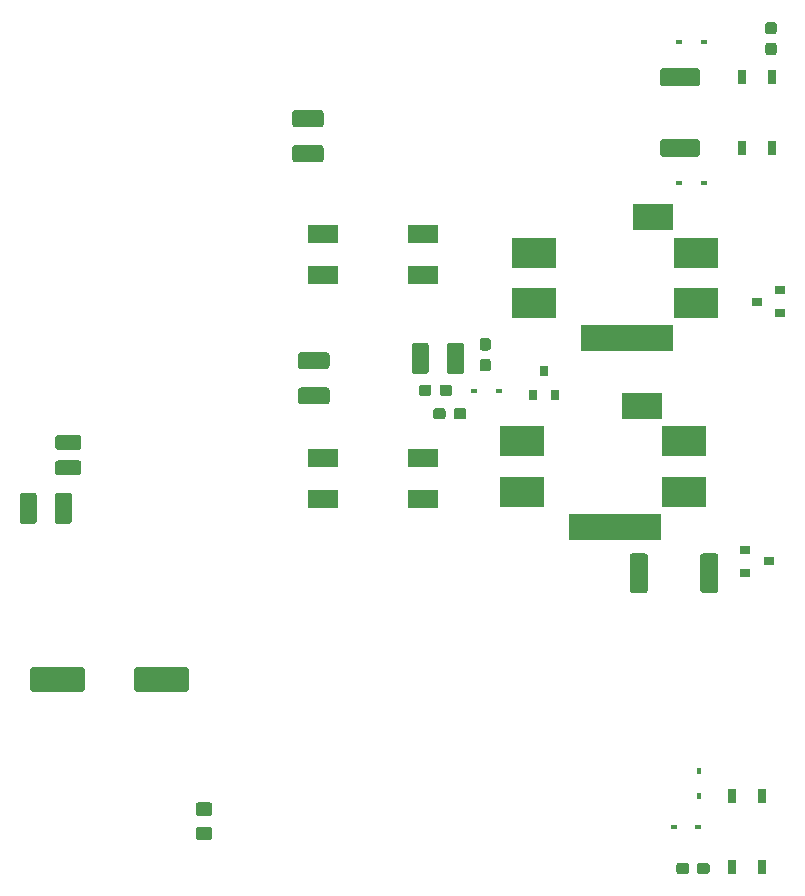
<source format=gtp>
G04 #@! TF.GenerationSoftware,KiCad,Pcbnew,(5.1.5-0)*
G04 #@! TF.CreationDate,2021-01-13T09:50:43-07:00*
G04 #@! TF.ProjectId,power_cui,706f7765-725f-4637-9569-2e6b69636164,rev?*
G04 #@! TF.SameCoordinates,Original*
G04 #@! TF.FileFunction,Paste,Top*
G04 #@! TF.FilePolarity,Positive*
%FSLAX46Y46*%
G04 Gerber Fmt 4.6, Leading zero omitted, Abs format (unit mm)*
G04 Created by KiCad (PCBNEW (5.1.5-0)) date 2021-01-13 09:50:43*
%MOMM*%
%LPD*%
G04 APERTURE LIST*
%ADD10R,2.500000X1.500000*%
%ADD11C,0.100000*%
%ADD12R,0.800000X0.900000*%
%ADD13R,0.600000X0.450000*%
%ADD14R,0.800000X1.200000*%
%ADD15R,0.900000X0.800000*%
%ADD16R,0.450000X0.600000*%
%ADD17R,3.400000X2.300000*%
%ADD18R,7.900000X2.300000*%
%ADD19R,3.800000X2.500000*%
G04 APERTURE END LIST*
D10*
X115250000Y-100750000D03*
X115250000Y-97250000D03*
X123750000Y-97250000D03*
X123750000Y-100750000D03*
D11*
G36*
X125985779Y-91026144D02*
G01*
X126008834Y-91029563D01*
X126031443Y-91035227D01*
X126053387Y-91043079D01*
X126074457Y-91053044D01*
X126094448Y-91065026D01*
X126113168Y-91078910D01*
X126130438Y-91094562D01*
X126146090Y-91111832D01*
X126159974Y-91130552D01*
X126171956Y-91150543D01*
X126181921Y-91171613D01*
X126189773Y-91193557D01*
X126195437Y-91216166D01*
X126198856Y-91239221D01*
X126200000Y-91262500D01*
X126200000Y-91737500D01*
X126198856Y-91760779D01*
X126195437Y-91783834D01*
X126189773Y-91806443D01*
X126181921Y-91828387D01*
X126171956Y-91849457D01*
X126159974Y-91869448D01*
X126146090Y-91888168D01*
X126130438Y-91905438D01*
X126113168Y-91921090D01*
X126094448Y-91934974D01*
X126074457Y-91946956D01*
X126053387Y-91956921D01*
X126031443Y-91964773D01*
X126008834Y-91970437D01*
X125985779Y-91973856D01*
X125962500Y-91975000D01*
X125387500Y-91975000D01*
X125364221Y-91973856D01*
X125341166Y-91970437D01*
X125318557Y-91964773D01*
X125296613Y-91956921D01*
X125275543Y-91946956D01*
X125255552Y-91934974D01*
X125236832Y-91921090D01*
X125219562Y-91905438D01*
X125203910Y-91888168D01*
X125190026Y-91869448D01*
X125178044Y-91849457D01*
X125168079Y-91828387D01*
X125160227Y-91806443D01*
X125154563Y-91783834D01*
X125151144Y-91760779D01*
X125150000Y-91737500D01*
X125150000Y-91262500D01*
X125151144Y-91239221D01*
X125154563Y-91216166D01*
X125160227Y-91193557D01*
X125168079Y-91171613D01*
X125178044Y-91150543D01*
X125190026Y-91130552D01*
X125203910Y-91111832D01*
X125219562Y-91094562D01*
X125236832Y-91078910D01*
X125255552Y-91065026D01*
X125275543Y-91053044D01*
X125296613Y-91043079D01*
X125318557Y-91035227D01*
X125341166Y-91029563D01*
X125364221Y-91026144D01*
X125387500Y-91025000D01*
X125962500Y-91025000D01*
X125985779Y-91026144D01*
G37*
G36*
X124235779Y-91026144D02*
G01*
X124258834Y-91029563D01*
X124281443Y-91035227D01*
X124303387Y-91043079D01*
X124324457Y-91053044D01*
X124344448Y-91065026D01*
X124363168Y-91078910D01*
X124380438Y-91094562D01*
X124396090Y-91111832D01*
X124409974Y-91130552D01*
X124421956Y-91150543D01*
X124431921Y-91171613D01*
X124439773Y-91193557D01*
X124445437Y-91216166D01*
X124448856Y-91239221D01*
X124450000Y-91262500D01*
X124450000Y-91737500D01*
X124448856Y-91760779D01*
X124445437Y-91783834D01*
X124439773Y-91806443D01*
X124431921Y-91828387D01*
X124421956Y-91849457D01*
X124409974Y-91869448D01*
X124396090Y-91888168D01*
X124380438Y-91905438D01*
X124363168Y-91921090D01*
X124344448Y-91934974D01*
X124324457Y-91946956D01*
X124303387Y-91956921D01*
X124281443Y-91964773D01*
X124258834Y-91970437D01*
X124235779Y-91973856D01*
X124212500Y-91975000D01*
X123637500Y-91975000D01*
X123614221Y-91973856D01*
X123591166Y-91970437D01*
X123568557Y-91964773D01*
X123546613Y-91956921D01*
X123525543Y-91946956D01*
X123505552Y-91934974D01*
X123486832Y-91921090D01*
X123469562Y-91905438D01*
X123453910Y-91888168D01*
X123440026Y-91869448D01*
X123428044Y-91849457D01*
X123418079Y-91828387D01*
X123410227Y-91806443D01*
X123404563Y-91783834D01*
X123401144Y-91760779D01*
X123400000Y-91737500D01*
X123400000Y-91262500D01*
X123401144Y-91239221D01*
X123404563Y-91216166D01*
X123410227Y-91193557D01*
X123418079Y-91171613D01*
X123428044Y-91150543D01*
X123440026Y-91130552D01*
X123453910Y-91111832D01*
X123469562Y-91094562D01*
X123486832Y-91078910D01*
X123505552Y-91065026D01*
X123525543Y-91053044D01*
X123546613Y-91043079D01*
X123568557Y-91035227D01*
X123591166Y-91029563D01*
X123614221Y-91026144D01*
X123637500Y-91025000D01*
X124212500Y-91025000D01*
X124235779Y-91026144D01*
G37*
G36*
X125435779Y-93026144D02*
G01*
X125458834Y-93029563D01*
X125481443Y-93035227D01*
X125503387Y-93043079D01*
X125524457Y-93053044D01*
X125544448Y-93065026D01*
X125563168Y-93078910D01*
X125580438Y-93094562D01*
X125596090Y-93111832D01*
X125609974Y-93130552D01*
X125621956Y-93150543D01*
X125631921Y-93171613D01*
X125639773Y-93193557D01*
X125645437Y-93216166D01*
X125648856Y-93239221D01*
X125650000Y-93262500D01*
X125650000Y-93737500D01*
X125648856Y-93760779D01*
X125645437Y-93783834D01*
X125639773Y-93806443D01*
X125631921Y-93828387D01*
X125621956Y-93849457D01*
X125609974Y-93869448D01*
X125596090Y-93888168D01*
X125580438Y-93905438D01*
X125563168Y-93921090D01*
X125544448Y-93934974D01*
X125524457Y-93946956D01*
X125503387Y-93956921D01*
X125481443Y-93964773D01*
X125458834Y-93970437D01*
X125435779Y-93973856D01*
X125412500Y-93975000D01*
X124837500Y-93975000D01*
X124814221Y-93973856D01*
X124791166Y-93970437D01*
X124768557Y-93964773D01*
X124746613Y-93956921D01*
X124725543Y-93946956D01*
X124705552Y-93934974D01*
X124686832Y-93921090D01*
X124669562Y-93905438D01*
X124653910Y-93888168D01*
X124640026Y-93869448D01*
X124628044Y-93849457D01*
X124618079Y-93828387D01*
X124610227Y-93806443D01*
X124604563Y-93783834D01*
X124601144Y-93760779D01*
X124600000Y-93737500D01*
X124600000Y-93262500D01*
X124601144Y-93239221D01*
X124604563Y-93216166D01*
X124610227Y-93193557D01*
X124618079Y-93171613D01*
X124628044Y-93150543D01*
X124640026Y-93130552D01*
X124653910Y-93111832D01*
X124669562Y-93094562D01*
X124686832Y-93078910D01*
X124705552Y-93065026D01*
X124725543Y-93053044D01*
X124746613Y-93043079D01*
X124768557Y-93035227D01*
X124791166Y-93029563D01*
X124814221Y-93026144D01*
X124837500Y-93025000D01*
X125412500Y-93025000D01*
X125435779Y-93026144D01*
G37*
G36*
X127185779Y-93026144D02*
G01*
X127208834Y-93029563D01*
X127231443Y-93035227D01*
X127253387Y-93043079D01*
X127274457Y-93053044D01*
X127294448Y-93065026D01*
X127313168Y-93078910D01*
X127330438Y-93094562D01*
X127346090Y-93111832D01*
X127359974Y-93130552D01*
X127371956Y-93150543D01*
X127381921Y-93171613D01*
X127389773Y-93193557D01*
X127395437Y-93216166D01*
X127398856Y-93239221D01*
X127400000Y-93262500D01*
X127400000Y-93737500D01*
X127398856Y-93760779D01*
X127395437Y-93783834D01*
X127389773Y-93806443D01*
X127381921Y-93828387D01*
X127371956Y-93849457D01*
X127359974Y-93869448D01*
X127346090Y-93888168D01*
X127330438Y-93905438D01*
X127313168Y-93921090D01*
X127294448Y-93934974D01*
X127274457Y-93946956D01*
X127253387Y-93956921D01*
X127231443Y-93964773D01*
X127208834Y-93970437D01*
X127185779Y-93973856D01*
X127162500Y-93975000D01*
X126587500Y-93975000D01*
X126564221Y-93973856D01*
X126541166Y-93970437D01*
X126518557Y-93964773D01*
X126496613Y-93956921D01*
X126475543Y-93946956D01*
X126455552Y-93934974D01*
X126436832Y-93921090D01*
X126419562Y-93905438D01*
X126403910Y-93888168D01*
X126390026Y-93869448D01*
X126378044Y-93849457D01*
X126368079Y-93828387D01*
X126360227Y-93806443D01*
X126354563Y-93783834D01*
X126351144Y-93760779D01*
X126350000Y-93737500D01*
X126350000Y-93262500D01*
X126351144Y-93239221D01*
X126354563Y-93216166D01*
X126360227Y-93193557D01*
X126368079Y-93171613D01*
X126378044Y-93150543D01*
X126390026Y-93130552D01*
X126403910Y-93111832D01*
X126419562Y-93094562D01*
X126436832Y-93078910D01*
X126455552Y-93065026D01*
X126475543Y-93053044D01*
X126496613Y-93043079D01*
X126518557Y-93035227D01*
X126541166Y-93029563D01*
X126564221Y-93026144D01*
X126587500Y-93025000D01*
X127162500Y-93025000D01*
X127185779Y-93026144D01*
G37*
D12*
X134000000Y-89900000D03*
X134950000Y-91900000D03*
X133050000Y-91900000D03*
D10*
X115250000Y-81750000D03*
X115250000Y-78250000D03*
X123750000Y-78250000D03*
X123750000Y-81750000D03*
D13*
X130150000Y-91600000D03*
X128050000Y-91600000D03*
D14*
X152470000Y-125900000D03*
X152470000Y-131900000D03*
X149930000Y-131900000D03*
X149930000Y-125900000D03*
D11*
G36*
X147785779Y-131526144D02*
G01*
X147808834Y-131529563D01*
X147831443Y-131535227D01*
X147853387Y-131543079D01*
X147874457Y-131553044D01*
X147894448Y-131565026D01*
X147913168Y-131578910D01*
X147930438Y-131594562D01*
X147946090Y-131611832D01*
X147959974Y-131630552D01*
X147971956Y-131650543D01*
X147981921Y-131671613D01*
X147989773Y-131693557D01*
X147995437Y-131716166D01*
X147998856Y-131739221D01*
X148000000Y-131762500D01*
X148000000Y-132237500D01*
X147998856Y-132260779D01*
X147995437Y-132283834D01*
X147989773Y-132306443D01*
X147981921Y-132328387D01*
X147971956Y-132349457D01*
X147959974Y-132369448D01*
X147946090Y-132388168D01*
X147930438Y-132405438D01*
X147913168Y-132421090D01*
X147894448Y-132434974D01*
X147874457Y-132446956D01*
X147853387Y-132456921D01*
X147831443Y-132464773D01*
X147808834Y-132470437D01*
X147785779Y-132473856D01*
X147762500Y-132475000D01*
X147187500Y-132475000D01*
X147164221Y-132473856D01*
X147141166Y-132470437D01*
X147118557Y-132464773D01*
X147096613Y-132456921D01*
X147075543Y-132446956D01*
X147055552Y-132434974D01*
X147036832Y-132421090D01*
X147019562Y-132405438D01*
X147003910Y-132388168D01*
X146990026Y-132369448D01*
X146978044Y-132349457D01*
X146968079Y-132328387D01*
X146960227Y-132306443D01*
X146954563Y-132283834D01*
X146951144Y-132260779D01*
X146950000Y-132237500D01*
X146950000Y-131762500D01*
X146951144Y-131739221D01*
X146954563Y-131716166D01*
X146960227Y-131693557D01*
X146968079Y-131671613D01*
X146978044Y-131650543D01*
X146990026Y-131630552D01*
X147003910Y-131611832D01*
X147019562Y-131594562D01*
X147036832Y-131578910D01*
X147055552Y-131565026D01*
X147075543Y-131553044D01*
X147096613Y-131543079D01*
X147118557Y-131535227D01*
X147141166Y-131529563D01*
X147164221Y-131526144D01*
X147187500Y-131525000D01*
X147762500Y-131525000D01*
X147785779Y-131526144D01*
G37*
G36*
X146035779Y-131526144D02*
G01*
X146058834Y-131529563D01*
X146081443Y-131535227D01*
X146103387Y-131543079D01*
X146124457Y-131553044D01*
X146144448Y-131565026D01*
X146163168Y-131578910D01*
X146180438Y-131594562D01*
X146196090Y-131611832D01*
X146209974Y-131630552D01*
X146221956Y-131650543D01*
X146231921Y-131671613D01*
X146239773Y-131693557D01*
X146245437Y-131716166D01*
X146248856Y-131739221D01*
X146250000Y-131762500D01*
X146250000Y-132237500D01*
X146248856Y-132260779D01*
X146245437Y-132283834D01*
X146239773Y-132306443D01*
X146231921Y-132328387D01*
X146221956Y-132349457D01*
X146209974Y-132369448D01*
X146196090Y-132388168D01*
X146180438Y-132405438D01*
X146163168Y-132421090D01*
X146144448Y-132434974D01*
X146124457Y-132446956D01*
X146103387Y-132456921D01*
X146081443Y-132464773D01*
X146058834Y-132470437D01*
X146035779Y-132473856D01*
X146012500Y-132475000D01*
X145437500Y-132475000D01*
X145414221Y-132473856D01*
X145391166Y-132470437D01*
X145368557Y-132464773D01*
X145346613Y-132456921D01*
X145325543Y-132446956D01*
X145305552Y-132434974D01*
X145286832Y-132421090D01*
X145269562Y-132405438D01*
X145253910Y-132388168D01*
X145240026Y-132369448D01*
X145228044Y-132349457D01*
X145218079Y-132328387D01*
X145210227Y-132306443D01*
X145204563Y-132283834D01*
X145201144Y-132260779D01*
X145200000Y-132237500D01*
X145200000Y-131762500D01*
X145201144Y-131739221D01*
X145204563Y-131716166D01*
X145210227Y-131693557D01*
X145218079Y-131671613D01*
X145228044Y-131650543D01*
X145240026Y-131630552D01*
X145253910Y-131611832D01*
X145269562Y-131594562D01*
X145286832Y-131578910D01*
X145305552Y-131565026D01*
X145325543Y-131553044D01*
X145346613Y-131543079D01*
X145368557Y-131535227D01*
X145391166Y-131529563D01*
X145414221Y-131526144D01*
X145437500Y-131525000D01*
X146012500Y-131525000D01*
X146035779Y-131526144D01*
G37*
D14*
X150730000Y-71000000D03*
X150730000Y-65000000D03*
X153270000Y-65000000D03*
X153270000Y-71000000D03*
D11*
G36*
X153460779Y-62076144D02*
G01*
X153483834Y-62079563D01*
X153506443Y-62085227D01*
X153528387Y-62093079D01*
X153549457Y-62103044D01*
X153569448Y-62115026D01*
X153588168Y-62128910D01*
X153605438Y-62144562D01*
X153621090Y-62161832D01*
X153634974Y-62180552D01*
X153646956Y-62200543D01*
X153656921Y-62221613D01*
X153664773Y-62243557D01*
X153670437Y-62266166D01*
X153673856Y-62289221D01*
X153675000Y-62312500D01*
X153675000Y-62887500D01*
X153673856Y-62910779D01*
X153670437Y-62933834D01*
X153664773Y-62956443D01*
X153656921Y-62978387D01*
X153646956Y-62999457D01*
X153634974Y-63019448D01*
X153621090Y-63038168D01*
X153605438Y-63055438D01*
X153588168Y-63071090D01*
X153569448Y-63084974D01*
X153549457Y-63096956D01*
X153528387Y-63106921D01*
X153506443Y-63114773D01*
X153483834Y-63120437D01*
X153460779Y-63123856D01*
X153437500Y-63125000D01*
X152962500Y-63125000D01*
X152939221Y-63123856D01*
X152916166Y-63120437D01*
X152893557Y-63114773D01*
X152871613Y-63106921D01*
X152850543Y-63096956D01*
X152830552Y-63084974D01*
X152811832Y-63071090D01*
X152794562Y-63055438D01*
X152778910Y-63038168D01*
X152765026Y-63019448D01*
X152753044Y-62999457D01*
X152743079Y-62978387D01*
X152735227Y-62956443D01*
X152729563Y-62933834D01*
X152726144Y-62910779D01*
X152725000Y-62887500D01*
X152725000Y-62312500D01*
X152726144Y-62289221D01*
X152729563Y-62266166D01*
X152735227Y-62243557D01*
X152743079Y-62221613D01*
X152753044Y-62200543D01*
X152765026Y-62180552D01*
X152778910Y-62161832D01*
X152794562Y-62144562D01*
X152811832Y-62128910D01*
X152830552Y-62115026D01*
X152850543Y-62103044D01*
X152871613Y-62093079D01*
X152893557Y-62085227D01*
X152916166Y-62079563D01*
X152939221Y-62076144D01*
X152962500Y-62075000D01*
X153437500Y-62075000D01*
X153460779Y-62076144D01*
G37*
G36*
X153460779Y-60326144D02*
G01*
X153483834Y-60329563D01*
X153506443Y-60335227D01*
X153528387Y-60343079D01*
X153549457Y-60353044D01*
X153569448Y-60365026D01*
X153588168Y-60378910D01*
X153605438Y-60394562D01*
X153621090Y-60411832D01*
X153634974Y-60430552D01*
X153646956Y-60450543D01*
X153656921Y-60471613D01*
X153664773Y-60493557D01*
X153670437Y-60516166D01*
X153673856Y-60539221D01*
X153675000Y-60562500D01*
X153675000Y-61137500D01*
X153673856Y-61160779D01*
X153670437Y-61183834D01*
X153664773Y-61206443D01*
X153656921Y-61228387D01*
X153646956Y-61249457D01*
X153634974Y-61269448D01*
X153621090Y-61288168D01*
X153605438Y-61305438D01*
X153588168Y-61321090D01*
X153569448Y-61334974D01*
X153549457Y-61346956D01*
X153528387Y-61356921D01*
X153506443Y-61364773D01*
X153483834Y-61370437D01*
X153460779Y-61373856D01*
X153437500Y-61375000D01*
X152962500Y-61375000D01*
X152939221Y-61373856D01*
X152916166Y-61370437D01*
X152893557Y-61364773D01*
X152871613Y-61356921D01*
X152850543Y-61346956D01*
X152830552Y-61334974D01*
X152811832Y-61321090D01*
X152794562Y-61305438D01*
X152778910Y-61288168D01*
X152765026Y-61269448D01*
X152753044Y-61249457D01*
X152743079Y-61228387D01*
X152735227Y-61206443D01*
X152729563Y-61183834D01*
X152726144Y-61160779D01*
X152725000Y-61137500D01*
X152725000Y-60562500D01*
X152726144Y-60539221D01*
X152729563Y-60516166D01*
X152735227Y-60493557D01*
X152743079Y-60471613D01*
X152753044Y-60450543D01*
X152765026Y-60430552D01*
X152778910Y-60411832D01*
X152794562Y-60394562D01*
X152811832Y-60378910D01*
X152830552Y-60365026D01*
X152850543Y-60353044D01*
X152871613Y-60343079D01*
X152893557Y-60335227D01*
X152916166Y-60329563D01*
X152939221Y-60326144D01*
X152962500Y-60325000D01*
X153437500Y-60325000D01*
X153460779Y-60326144D01*
G37*
G36*
X126974504Y-87476204D02*
G01*
X126998773Y-87479804D01*
X127022571Y-87485765D01*
X127045671Y-87494030D01*
X127067849Y-87504520D01*
X127088893Y-87517133D01*
X127108598Y-87531747D01*
X127126777Y-87548223D01*
X127143253Y-87566402D01*
X127157867Y-87586107D01*
X127170480Y-87607151D01*
X127180970Y-87629329D01*
X127189235Y-87652429D01*
X127195196Y-87676227D01*
X127198796Y-87700496D01*
X127200000Y-87725000D01*
X127200000Y-89875000D01*
X127198796Y-89899504D01*
X127195196Y-89923773D01*
X127189235Y-89947571D01*
X127180970Y-89970671D01*
X127170480Y-89992849D01*
X127157867Y-90013893D01*
X127143253Y-90033598D01*
X127126777Y-90051777D01*
X127108598Y-90068253D01*
X127088893Y-90082867D01*
X127067849Y-90095480D01*
X127045671Y-90105970D01*
X127022571Y-90114235D01*
X126998773Y-90120196D01*
X126974504Y-90123796D01*
X126950000Y-90125000D01*
X126025000Y-90125000D01*
X126000496Y-90123796D01*
X125976227Y-90120196D01*
X125952429Y-90114235D01*
X125929329Y-90105970D01*
X125907151Y-90095480D01*
X125886107Y-90082867D01*
X125866402Y-90068253D01*
X125848223Y-90051777D01*
X125831747Y-90033598D01*
X125817133Y-90013893D01*
X125804520Y-89992849D01*
X125794030Y-89970671D01*
X125785765Y-89947571D01*
X125779804Y-89923773D01*
X125776204Y-89899504D01*
X125775000Y-89875000D01*
X125775000Y-87725000D01*
X125776204Y-87700496D01*
X125779804Y-87676227D01*
X125785765Y-87652429D01*
X125794030Y-87629329D01*
X125804520Y-87607151D01*
X125817133Y-87586107D01*
X125831747Y-87566402D01*
X125848223Y-87548223D01*
X125866402Y-87531747D01*
X125886107Y-87517133D01*
X125907151Y-87504520D01*
X125929329Y-87494030D01*
X125952429Y-87485765D01*
X125976227Y-87479804D01*
X126000496Y-87476204D01*
X126025000Y-87475000D01*
X126950000Y-87475000D01*
X126974504Y-87476204D01*
G37*
G36*
X123999504Y-87476204D02*
G01*
X124023773Y-87479804D01*
X124047571Y-87485765D01*
X124070671Y-87494030D01*
X124092849Y-87504520D01*
X124113893Y-87517133D01*
X124133598Y-87531747D01*
X124151777Y-87548223D01*
X124168253Y-87566402D01*
X124182867Y-87586107D01*
X124195480Y-87607151D01*
X124205970Y-87629329D01*
X124214235Y-87652429D01*
X124220196Y-87676227D01*
X124223796Y-87700496D01*
X124225000Y-87725000D01*
X124225000Y-89875000D01*
X124223796Y-89899504D01*
X124220196Y-89923773D01*
X124214235Y-89947571D01*
X124205970Y-89970671D01*
X124195480Y-89992849D01*
X124182867Y-90013893D01*
X124168253Y-90033598D01*
X124151777Y-90051777D01*
X124133598Y-90068253D01*
X124113893Y-90082867D01*
X124092849Y-90095480D01*
X124070671Y-90105970D01*
X124047571Y-90114235D01*
X124023773Y-90120196D01*
X123999504Y-90123796D01*
X123975000Y-90125000D01*
X123050000Y-90125000D01*
X123025496Y-90123796D01*
X123001227Y-90120196D01*
X122977429Y-90114235D01*
X122954329Y-90105970D01*
X122932151Y-90095480D01*
X122911107Y-90082867D01*
X122891402Y-90068253D01*
X122873223Y-90051777D01*
X122856747Y-90033598D01*
X122842133Y-90013893D01*
X122829520Y-89992849D01*
X122819030Y-89970671D01*
X122810765Y-89947571D01*
X122804804Y-89923773D01*
X122801204Y-89899504D01*
X122800000Y-89875000D01*
X122800000Y-87725000D01*
X122801204Y-87700496D01*
X122804804Y-87676227D01*
X122810765Y-87652429D01*
X122819030Y-87629329D01*
X122829520Y-87607151D01*
X122842133Y-87586107D01*
X122856747Y-87566402D01*
X122873223Y-87548223D01*
X122891402Y-87531747D01*
X122911107Y-87517133D01*
X122932151Y-87504520D01*
X122954329Y-87494030D01*
X122977429Y-87485765D01*
X123001227Y-87479804D01*
X123025496Y-87476204D01*
X123050000Y-87475000D01*
X123975000Y-87475000D01*
X123999504Y-87476204D01*
G37*
G36*
X146949505Y-70226204D02*
G01*
X146973773Y-70229804D01*
X146997572Y-70235765D01*
X147020671Y-70244030D01*
X147042850Y-70254520D01*
X147063893Y-70267132D01*
X147083599Y-70281747D01*
X147101777Y-70298223D01*
X147118253Y-70316401D01*
X147132868Y-70336107D01*
X147145480Y-70357150D01*
X147155970Y-70379329D01*
X147164235Y-70402428D01*
X147170196Y-70426227D01*
X147173796Y-70450495D01*
X147175000Y-70474999D01*
X147175000Y-71500001D01*
X147173796Y-71524505D01*
X147170196Y-71548773D01*
X147164235Y-71572572D01*
X147155970Y-71595671D01*
X147145480Y-71617850D01*
X147132868Y-71638893D01*
X147118253Y-71658599D01*
X147101777Y-71676777D01*
X147083599Y-71693253D01*
X147063893Y-71707868D01*
X147042850Y-71720480D01*
X147020671Y-71730970D01*
X146997572Y-71739235D01*
X146973773Y-71745196D01*
X146949505Y-71748796D01*
X146925001Y-71750000D01*
X144074999Y-71750000D01*
X144050495Y-71748796D01*
X144026227Y-71745196D01*
X144002428Y-71739235D01*
X143979329Y-71730970D01*
X143957150Y-71720480D01*
X143936107Y-71707868D01*
X143916401Y-71693253D01*
X143898223Y-71676777D01*
X143881747Y-71658599D01*
X143867132Y-71638893D01*
X143854520Y-71617850D01*
X143844030Y-71595671D01*
X143835765Y-71572572D01*
X143829804Y-71548773D01*
X143826204Y-71524505D01*
X143825000Y-71500001D01*
X143825000Y-70474999D01*
X143826204Y-70450495D01*
X143829804Y-70426227D01*
X143835765Y-70402428D01*
X143844030Y-70379329D01*
X143854520Y-70357150D01*
X143867132Y-70336107D01*
X143881747Y-70316401D01*
X143898223Y-70298223D01*
X143916401Y-70281747D01*
X143936107Y-70267132D01*
X143957150Y-70254520D01*
X143979329Y-70244030D01*
X144002428Y-70235765D01*
X144026227Y-70229804D01*
X144050495Y-70226204D01*
X144074999Y-70225000D01*
X146925001Y-70225000D01*
X146949505Y-70226204D01*
G37*
G36*
X146949505Y-64251204D02*
G01*
X146973773Y-64254804D01*
X146997572Y-64260765D01*
X147020671Y-64269030D01*
X147042850Y-64279520D01*
X147063893Y-64292132D01*
X147083599Y-64306747D01*
X147101777Y-64323223D01*
X147118253Y-64341401D01*
X147132868Y-64361107D01*
X147145480Y-64382150D01*
X147155970Y-64404329D01*
X147164235Y-64427428D01*
X147170196Y-64451227D01*
X147173796Y-64475495D01*
X147175000Y-64499999D01*
X147175000Y-65525001D01*
X147173796Y-65549505D01*
X147170196Y-65573773D01*
X147164235Y-65597572D01*
X147155970Y-65620671D01*
X147145480Y-65642850D01*
X147132868Y-65663893D01*
X147118253Y-65683599D01*
X147101777Y-65701777D01*
X147083599Y-65718253D01*
X147063893Y-65732868D01*
X147042850Y-65745480D01*
X147020671Y-65755970D01*
X146997572Y-65764235D01*
X146973773Y-65770196D01*
X146949505Y-65773796D01*
X146925001Y-65775000D01*
X144074999Y-65775000D01*
X144050495Y-65773796D01*
X144026227Y-65770196D01*
X144002428Y-65764235D01*
X143979329Y-65755970D01*
X143957150Y-65745480D01*
X143936107Y-65732868D01*
X143916401Y-65718253D01*
X143898223Y-65701777D01*
X143881747Y-65683599D01*
X143867132Y-65663893D01*
X143854520Y-65642850D01*
X143844030Y-65620671D01*
X143835765Y-65597572D01*
X143829804Y-65573773D01*
X143826204Y-65549505D01*
X143825000Y-65525001D01*
X143825000Y-64499999D01*
X143826204Y-64475495D01*
X143829804Y-64451227D01*
X143835765Y-64427428D01*
X143844030Y-64404329D01*
X143854520Y-64382150D01*
X143867132Y-64361107D01*
X143881747Y-64341401D01*
X143898223Y-64323223D01*
X143916401Y-64306747D01*
X143936107Y-64292132D01*
X143957150Y-64279520D01*
X143979329Y-64269030D01*
X144002428Y-64260765D01*
X144026227Y-64254804D01*
X144050495Y-64251204D01*
X144074999Y-64250000D01*
X146925001Y-64250000D01*
X146949505Y-64251204D01*
G37*
G36*
X129260779Y-88851144D02*
G01*
X129283834Y-88854563D01*
X129306443Y-88860227D01*
X129328387Y-88868079D01*
X129349457Y-88878044D01*
X129369448Y-88890026D01*
X129388168Y-88903910D01*
X129405438Y-88919562D01*
X129421090Y-88936832D01*
X129434974Y-88955552D01*
X129446956Y-88975543D01*
X129456921Y-88996613D01*
X129464773Y-89018557D01*
X129470437Y-89041166D01*
X129473856Y-89064221D01*
X129475000Y-89087500D01*
X129475000Y-89662500D01*
X129473856Y-89685779D01*
X129470437Y-89708834D01*
X129464773Y-89731443D01*
X129456921Y-89753387D01*
X129446956Y-89774457D01*
X129434974Y-89794448D01*
X129421090Y-89813168D01*
X129405438Y-89830438D01*
X129388168Y-89846090D01*
X129369448Y-89859974D01*
X129349457Y-89871956D01*
X129328387Y-89881921D01*
X129306443Y-89889773D01*
X129283834Y-89895437D01*
X129260779Y-89898856D01*
X129237500Y-89900000D01*
X128762500Y-89900000D01*
X128739221Y-89898856D01*
X128716166Y-89895437D01*
X128693557Y-89889773D01*
X128671613Y-89881921D01*
X128650543Y-89871956D01*
X128630552Y-89859974D01*
X128611832Y-89846090D01*
X128594562Y-89830438D01*
X128578910Y-89813168D01*
X128565026Y-89794448D01*
X128553044Y-89774457D01*
X128543079Y-89753387D01*
X128535227Y-89731443D01*
X128529563Y-89708834D01*
X128526144Y-89685779D01*
X128525000Y-89662500D01*
X128525000Y-89087500D01*
X128526144Y-89064221D01*
X128529563Y-89041166D01*
X128535227Y-89018557D01*
X128543079Y-88996613D01*
X128553044Y-88975543D01*
X128565026Y-88955552D01*
X128578910Y-88936832D01*
X128594562Y-88919562D01*
X128611832Y-88903910D01*
X128630552Y-88890026D01*
X128650543Y-88878044D01*
X128671613Y-88868079D01*
X128693557Y-88860227D01*
X128716166Y-88854563D01*
X128739221Y-88851144D01*
X128762500Y-88850000D01*
X129237500Y-88850000D01*
X129260779Y-88851144D01*
G37*
G36*
X129260779Y-87101144D02*
G01*
X129283834Y-87104563D01*
X129306443Y-87110227D01*
X129328387Y-87118079D01*
X129349457Y-87128044D01*
X129369448Y-87140026D01*
X129388168Y-87153910D01*
X129405438Y-87169562D01*
X129421090Y-87186832D01*
X129434974Y-87205552D01*
X129446956Y-87225543D01*
X129456921Y-87246613D01*
X129464773Y-87268557D01*
X129470437Y-87291166D01*
X129473856Y-87314221D01*
X129475000Y-87337500D01*
X129475000Y-87912500D01*
X129473856Y-87935779D01*
X129470437Y-87958834D01*
X129464773Y-87981443D01*
X129456921Y-88003387D01*
X129446956Y-88024457D01*
X129434974Y-88044448D01*
X129421090Y-88063168D01*
X129405438Y-88080438D01*
X129388168Y-88096090D01*
X129369448Y-88109974D01*
X129349457Y-88121956D01*
X129328387Y-88131921D01*
X129306443Y-88139773D01*
X129283834Y-88145437D01*
X129260779Y-88148856D01*
X129237500Y-88150000D01*
X128762500Y-88150000D01*
X128739221Y-88148856D01*
X128716166Y-88145437D01*
X128693557Y-88139773D01*
X128671613Y-88131921D01*
X128650543Y-88121956D01*
X128630552Y-88109974D01*
X128611832Y-88096090D01*
X128594562Y-88080438D01*
X128578910Y-88063168D01*
X128565026Y-88044448D01*
X128553044Y-88024457D01*
X128543079Y-88003387D01*
X128535227Y-87981443D01*
X128529563Y-87958834D01*
X128526144Y-87935779D01*
X128525000Y-87912500D01*
X128525000Y-87337500D01*
X128526144Y-87314221D01*
X128529563Y-87291166D01*
X128535227Y-87268557D01*
X128543079Y-87246613D01*
X128553044Y-87225543D01*
X128565026Y-87205552D01*
X128578910Y-87186832D01*
X128594562Y-87169562D01*
X128611832Y-87153910D01*
X128630552Y-87140026D01*
X128650543Y-87128044D01*
X128671613Y-87118079D01*
X128693557Y-87110227D01*
X128716166Y-87104563D01*
X128739221Y-87101144D01*
X128762500Y-87100000D01*
X129237500Y-87100000D01*
X129260779Y-87101144D01*
G37*
D15*
X152000000Y-84000000D03*
X154000000Y-83050000D03*
X154000000Y-84950000D03*
X153000000Y-106000000D03*
X151000000Y-106950000D03*
X151000000Y-105050000D03*
D13*
X147550000Y-74000000D03*
X145450000Y-74000000D03*
D16*
X147100000Y-123750000D03*
X147100000Y-125850000D03*
D11*
G36*
X142549505Y-105326204D02*
G01*
X142573773Y-105329804D01*
X142597572Y-105335765D01*
X142620671Y-105344030D01*
X142642850Y-105354520D01*
X142663893Y-105367132D01*
X142683599Y-105381747D01*
X142701777Y-105398223D01*
X142718253Y-105416401D01*
X142732868Y-105436107D01*
X142745480Y-105457150D01*
X142755970Y-105479329D01*
X142764235Y-105502428D01*
X142770196Y-105526227D01*
X142773796Y-105550495D01*
X142775000Y-105574999D01*
X142775000Y-108425001D01*
X142773796Y-108449505D01*
X142770196Y-108473773D01*
X142764235Y-108497572D01*
X142755970Y-108520671D01*
X142745480Y-108542850D01*
X142732868Y-108563893D01*
X142718253Y-108583599D01*
X142701777Y-108601777D01*
X142683599Y-108618253D01*
X142663893Y-108632868D01*
X142642850Y-108645480D01*
X142620671Y-108655970D01*
X142597572Y-108664235D01*
X142573773Y-108670196D01*
X142549505Y-108673796D01*
X142525001Y-108675000D01*
X141499999Y-108675000D01*
X141475495Y-108673796D01*
X141451227Y-108670196D01*
X141427428Y-108664235D01*
X141404329Y-108655970D01*
X141382150Y-108645480D01*
X141361107Y-108632868D01*
X141341401Y-108618253D01*
X141323223Y-108601777D01*
X141306747Y-108583599D01*
X141292132Y-108563893D01*
X141279520Y-108542850D01*
X141269030Y-108520671D01*
X141260765Y-108497572D01*
X141254804Y-108473773D01*
X141251204Y-108449505D01*
X141250000Y-108425001D01*
X141250000Y-105574999D01*
X141251204Y-105550495D01*
X141254804Y-105526227D01*
X141260765Y-105502428D01*
X141269030Y-105479329D01*
X141279520Y-105457150D01*
X141292132Y-105436107D01*
X141306747Y-105416401D01*
X141323223Y-105398223D01*
X141341401Y-105381747D01*
X141361107Y-105367132D01*
X141382150Y-105354520D01*
X141404329Y-105344030D01*
X141427428Y-105335765D01*
X141451227Y-105329804D01*
X141475495Y-105326204D01*
X141499999Y-105325000D01*
X142525001Y-105325000D01*
X142549505Y-105326204D01*
G37*
G36*
X148524505Y-105326204D02*
G01*
X148548773Y-105329804D01*
X148572572Y-105335765D01*
X148595671Y-105344030D01*
X148617850Y-105354520D01*
X148638893Y-105367132D01*
X148658599Y-105381747D01*
X148676777Y-105398223D01*
X148693253Y-105416401D01*
X148707868Y-105436107D01*
X148720480Y-105457150D01*
X148730970Y-105479329D01*
X148739235Y-105502428D01*
X148745196Y-105526227D01*
X148748796Y-105550495D01*
X148750000Y-105574999D01*
X148750000Y-108425001D01*
X148748796Y-108449505D01*
X148745196Y-108473773D01*
X148739235Y-108497572D01*
X148730970Y-108520671D01*
X148720480Y-108542850D01*
X148707868Y-108563893D01*
X148693253Y-108583599D01*
X148676777Y-108601777D01*
X148658599Y-108618253D01*
X148638893Y-108632868D01*
X148617850Y-108645480D01*
X148595671Y-108655970D01*
X148572572Y-108664235D01*
X148548773Y-108670196D01*
X148524505Y-108673796D01*
X148500001Y-108675000D01*
X147474999Y-108675000D01*
X147450495Y-108673796D01*
X147426227Y-108670196D01*
X147402428Y-108664235D01*
X147379329Y-108655970D01*
X147357150Y-108645480D01*
X147336107Y-108632868D01*
X147316401Y-108618253D01*
X147298223Y-108601777D01*
X147281747Y-108583599D01*
X147267132Y-108563893D01*
X147254520Y-108542850D01*
X147244030Y-108520671D01*
X147235765Y-108497572D01*
X147229804Y-108473773D01*
X147226204Y-108449505D01*
X147225000Y-108425001D01*
X147225000Y-105574999D01*
X147226204Y-105550495D01*
X147229804Y-105526227D01*
X147235765Y-105502428D01*
X147244030Y-105479329D01*
X147254520Y-105457150D01*
X147267132Y-105436107D01*
X147281747Y-105416401D01*
X147298223Y-105398223D01*
X147316401Y-105381747D01*
X147336107Y-105367132D01*
X147357150Y-105354520D01*
X147379329Y-105344030D01*
X147402428Y-105335765D01*
X147426227Y-105329804D01*
X147450495Y-105326204D01*
X147474999Y-105325000D01*
X148500001Y-105325000D01*
X148524505Y-105326204D01*
G37*
D13*
X147550000Y-62000000D03*
X145450000Y-62000000D03*
X144950000Y-128500000D03*
X147050000Y-128500000D03*
D11*
G36*
X94574504Y-97451204D02*
G01*
X94598773Y-97454804D01*
X94622571Y-97460765D01*
X94645671Y-97469030D01*
X94667849Y-97479520D01*
X94688893Y-97492133D01*
X94708598Y-97506747D01*
X94726777Y-97523223D01*
X94743253Y-97541402D01*
X94757867Y-97561107D01*
X94770480Y-97582151D01*
X94780970Y-97604329D01*
X94789235Y-97627429D01*
X94795196Y-97651227D01*
X94798796Y-97675496D01*
X94800000Y-97700000D01*
X94800000Y-98450000D01*
X94798796Y-98474504D01*
X94795196Y-98498773D01*
X94789235Y-98522571D01*
X94780970Y-98545671D01*
X94770480Y-98567849D01*
X94757867Y-98588893D01*
X94743253Y-98608598D01*
X94726777Y-98626777D01*
X94708598Y-98643253D01*
X94688893Y-98657867D01*
X94667849Y-98670480D01*
X94645671Y-98680970D01*
X94622571Y-98689235D01*
X94598773Y-98695196D01*
X94574504Y-98698796D01*
X94550000Y-98700000D01*
X92850000Y-98700000D01*
X92825496Y-98698796D01*
X92801227Y-98695196D01*
X92777429Y-98689235D01*
X92754329Y-98680970D01*
X92732151Y-98670480D01*
X92711107Y-98657867D01*
X92691402Y-98643253D01*
X92673223Y-98626777D01*
X92656747Y-98608598D01*
X92642133Y-98588893D01*
X92629520Y-98567849D01*
X92619030Y-98545671D01*
X92610765Y-98522571D01*
X92604804Y-98498773D01*
X92601204Y-98474504D01*
X92600000Y-98450000D01*
X92600000Y-97700000D01*
X92601204Y-97675496D01*
X92604804Y-97651227D01*
X92610765Y-97627429D01*
X92619030Y-97604329D01*
X92629520Y-97582151D01*
X92642133Y-97561107D01*
X92656747Y-97541402D01*
X92673223Y-97523223D01*
X92691402Y-97506747D01*
X92711107Y-97492133D01*
X92732151Y-97479520D01*
X92754329Y-97469030D01*
X92777429Y-97460765D01*
X92801227Y-97454804D01*
X92825496Y-97451204D01*
X92850000Y-97450000D01*
X94550000Y-97450000D01*
X94574504Y-97451204D01*
G37*
G36*
X94574504Y-95301204D02*
G01*
X94598773Y-95304804D01*
X94622571Y-95310765D01*
X94645671Y-95319030D01*
X94667849Y-95329520D01*
X94688893Y-95342133D01*
X94708598Y-95356747D01*
X94726777Y-95373223D01*
X94743253Y-95391402D01*
X94757867Y-95411107D01*
X94770480Y-95432151D01*
X94780970Y-95454329D01*
X94789235Y-95477429D01*
X94795196Y-95501227D01*
X94798796Y-95525496D01*
X94800000Y-95550000D01*
X94800000Y-96300000D01*
X94798796Y-96324504D01*
X94795196Y-96348773D01*
X94789235Y-96372571D01*
X94780970Y-96395671D01*
X94770480Y-96417849D01*
X94757867Y-96438893D01*
X94743253Y-96458598D01*
X94726777Y-96476777D01*
X94708598Y-96493253D01*
X94688893Y-96507867D01*
X94667849Y-96520480D01*
X94645671Y-96530970D01*
X94622571Y-96539235D01*
X94598773Y-96545196D01*
X94574504Y-96548796D01*
X94550000Y-96550000D01*
X92850000Y-96550000D01*
X92825496Y-96548796D01*
X92801227Y-96545196D01*
X92777429Y-96539235D01*
X92754329Y-96530970D01*
X92732151Y-96520480D01*
X92711107Y-96507867D01*
X92691402Y-96493253D01*
X92673223Y-96476777D01*
X92656747Y-96458598D01*
X92642133Y-96438893D01*
X92629520Y-96417849D01*
X92619030Y-96395671D01*
X92610765Y-96372571D01*
X92604804Y-96348773D01*
X92601204Y-96324504D01*
X92600000Y-96300000D01*
X92600000Y-95550000D01*
X92601204Y-95525496D01*
X92604804Y-95501227D01*
X92610765Y-95477429D01*
X92619030Y-95454329D01*
X92629520Y-95432151D01*
X92642133Y-95411107D01*
X92656747Y-95391402D01*
X92673223Y-95373223D01*
X92691402Y-95356747D01*
X92711107Y-95342133D01*
X92732151Y-95329520D01*
X92754329Y-95319030D01*
X92777429Y-95310765D01*
X92801227Y-95304804D01*
X92825496Y-95301204D01*
X92850000Y-95300000D01*
X94550000Y-95300000D01*
X94574504Y-95301204D01*
G37*
G36*
X105674505Y-128451204D02*
G01*
X105698773Y-128454804D01*
X105722572Y-128460765D01*
X105745671Y-128469030D01*
X105767850Y-128479520D01*
X105788893Y-128492132D01*
X105808599Y-128506747D01*
X105826777Y-128523223D01*
X105843253Y-128541401D01*
X105857868Y-128561107D01*
X105870480Y-128582150D01*
X105880970Y-128604329D01*
X105889235Y-128627428D01*
X105895196Y-128651227D01*
X105898796Y-128675495D01*
X105900000Y-128699999D01*
X105900000Y-129350001D01*
X105898796Y-129374505D01*
X105895196Y-129398773D01*
X105889235Y-129422572D01*
X105880970Y-129445671D01*
X105870480Y-129467850D01*
X105857868Y-129488893D01*
X105843253Y-129508599D01*
X105826777Y-129526777D01*
X105808599Y-129543253D01*
X105788893Y-129557868D01*
X105767850Y-129570480D01*
X105745671Y-129580970D01*
X105722572Y-129589235D01*
X105698773Y-129595196D01*
X105674505Y-129598796D01*
X105650001Y-129600000D01*
X104749999Y-129600000D01*
X104725495Y-129598796D01*
X104701227Y-129595196D01*
X104677428Y-129589235D01*
X104654329Y-129580970D01*
X104632150Y-129570480D01*
X104611107Y-129557868D01*
X104591401Y-129543253D01*
X104573223Y-129526777D01*
X104556747Y-129508599D01*
X104542132Y-129488893D01*
X104529520Y-129467850D01*
X104519030Y-129445671D01*
X104510765Y-129422572D01*
X104504804Y-129398773D01*
X104501204Y-129374505D01*
X104500000Y-129350001D01*
X104500000Y-128699999D01*
X104501204Y-128675495D01*
X104504804Y-128651227D01*
X104510765Y-128627428D01*
X104519030Y-128604329D01*
X104529520Y-128582150D01*
X104542132Y-128561107D01*
X104556747Y-128541401D01*
X104573223Y-128523223D01*
X104591401Y-128506747D01*
X104611107Y-128492132D01*
X104632150Y-128479520D01*
X104654329Y-128469030D01*
X104677428Y-128460765D01*
X104701227Y-128454804D01*
X104725495Y-128451204D01*
X104749999Y-128450000D01*
X105650001Y-128450000D01*
X105674505Y-128451204D01*
G37*
G36*
X105674505Y-126401204D02*
G01*
X105698773Y-126404804D01*
X105722572Y-126410765D01*
X105745671Y-126419030D01*
X105767850Y-126429520D01*
X105788893Y-126442132D01*
X105808599Y-126456747D01*
X105826777Y-126473223D01*
X105843253Y-126491401D01*
X105857868Y-126511107D01*
X105870480Y-126532150D01*
X105880970Y-126554329D01*
X105889235Y-126577428D01*
X105895196Y-126601227D01*
X105898796Y-126625495D01*
X105900000Y-126649999D01*
X105900000Y-127300001D01*
X105898796Y-127324505D01*
X105895196Y-127348773D01*
X105889235Y-127372572D01*
X105880970Y-127395671D01*
X105870480Y-127417850D01*
X105857868Y-127438893D01*
X105843253Y-127458599D01*
X105826777Y-127476777D01*
X105808599Y-127493253D01*
X105788893Y-127507868D01*
X105767850Y-127520480D01*
X105745671Y-127530970D01*
X105722572Y-127539235D01*
X105698773Y-127545196D01*
X105674505Y-127548796D01*
X105650001Y-127550000D01*
X104749999Y-127550000D01*
X104725495Y-127548796D01*
X104701227Y-127545196D01*
X104677428Y-127539235D01*
X104654329Y-127530970D01*
X104632150Y-127520480D01*
X104611107Y-127507868D01*
X104591401Y-127493253D01*
X104573223Y-127476777D01*
X104556747Y-127458599D01*
X104542132Y-127438893D01*
X104529520Y-127417850D01*
X104519030Y-127395671D01*
X104510765Y-127372572D01*
X104504804Y-127348773D01*
X104501204Y-127324505D01*
X104500000Y-127300001D01*
X104500000Y-126649999D01*
X104501204Y-126625495D01*
X104504804Y-126601227D01*
X104510765Y-126577428D01*
X104519030Y-126554329D01*
X104529520Y-126532150D01*
X104542132Y-126511107D01*
X104556747Y-126491401D01*
X104573223Y-126473223D01*
X104591401Y-126456747D01*
X104611107Y-126442132D01*
X104632150Y-126429520D01*
X104654329Y-126419030D01*
X104677428Y-126410765D01*
X104701227Y-126404804D01*
X104725495Y-126401204D01*
X104749999Y-126400000D01*
X105650001Y-126400000D01*
X105674505Y-126401204D01*
G37*
G36*
X94874504Y-114951204D02*
G01*
X94898773Y-114954804D01*
X94922571Y-114960765D01*
X94945671Y-114969030D01*
X94967849Y-114979520D01*
X94988893Y-114992133D01*
X95008598Y-115006747D01*
X95026777Y-115023223D01*
X95043253Y-115041402D01*
X95057867Y-115061107D01*
X95070480Y-115082151D01*
X95080970Y-115104329D01*
X95089235Y-115127429D01*
X95095196Y-115151227D01*
X95098796Y-115175496D01*
X95100000Y-115200000D01*
X95100000Y-116800000D01*
X95098796Y-116824504D01*
X95095196Y-116848773D01*
X95089235Y-116872571D01*
X95080970Y-116895671D01*
X95070480Y-116917849D01*
X95057867Y-116938893D01*
X95043253Y-116958598D01*
X95026777Y-116976777D01*
X95008598Y-116993253D01*
X94988893Y-117007867D01*
X94967849Y-117020480D01*
X94945671Y-117030970D01*
X94922571Y-117039235D01*
X94898773Y-117045196D01*
X94874504Y-117048796D01*
X94850000Y-117050000D01*
X90750000Y-117050000D01*
X90725496Y-117048796D01*
X90701227Y-117045196D01*
X90677429Y-117039235D01*
X90654329Y-117030970D01*
X90632151Y-117020480D01*
X90611107Y-117007867D01*
X90591402Y-116993253D01*
X90573223Y-116976777D01*
X90556747Y-116958598D01*
X90542133Y-116938893D01*
X90529520Y-116917849D01*
X90519030Y-116895671D01*
X90510765Y-116872571D01*
X90504804Y-116848773D01*
X90501204Y-116824504D01*
X90500000Y-116800000D01*
X90500000Y-115200000D01*
X90501204Y-115175496D01*
X90504804Y-115151227D01*
X90510765Y-115127429D01*
X90519030Y-115104329D01*
X90529520Y-115082151D01*
X90542133Y-115061107D01*
X90556747Y-115041402D01*
X90573223Y-115023223D01*
X90591402Y-115006747D01*
X90611107Y-114992133D01*
X90632151Y-114979520D01*
X90654329Y-114969030D01*
X90677429Y-114960765D01*
X90701227Y-114954804D01*
X90725496Y-114951204D01*
X90750000Y-114950000D01*
X94850000Y-114950000D01*
X94874504Y-114951204D01*
G37*
G36*
X103674504Y-114951204D02*
G01*
X103698773Y-114954804D01*
X103722571Y-114960765D01*
X103745671Y-114969030D01*
X103767849Y-114979520D01*
X103788893Y-114992133D01*
X103808598Y-115006747D01*
X103826777Y-115023223D01*
X103843253Y-115041402D01*
X103857867Y-115061107D01*
X103870480Y-115082151D01*
X103880970Y-115104329D01*
X103889235Y-115127429D01*
X103895196Y-115151227D01*
X103898796Y-115175496D01*
X103900000Y-115200000D01*
X103900000Y-116800000D01*
X103898796Y-116824504D01*
X103895196Y-116848773D01*
X103889235Y-116872571D01*
X103880970Y-116895671D01*
X103870480Y-116917849D01*
X103857867Y-116938893D01*
X103843253Y-116958598D01*
X103826777Y-116976777D01*
X103808598Y-116993253D01*
X103788893Y-117007867D01*
X103767849Y-117020480D01*
X103745671Y-117030970D01*
X103722571Y-117039235D01*
X103698773Y-117045196D01*
X103674504Y-117048796D01*
X103650000Y-117050000D01*
X99550000Y-117050000D01*
X99525496Y-117048796D01*
X99501227Y-117045196D01*
X99477429Y-117039235D01*
X99454329Y-117030970D01*
X99432151Y-117020480D01*
X99411107Y-117007867D01*
X99391402Y-116993253D01*
X99373223Y-116976777D01*
X99356747Y-116958598D01*
X99342133Y-116938893D01*
X99329520Y-116917849D01*
X99319030Y-116895671D01*
X99310765Y-116872571D01*
X99304804Y-116848773D01*
X99301204Y-116824504D01*
X99300000Y-116800000D01*
X99300000Y-115200000D01*
X99301204Y-115175496D01*
X99304804Y-115151227D01*
X99310765Y-115127429D01*
X99319030Y-115104329D01*
X99329520Y-115082151D01*
X99342133Y-115061107D01*
X99356747Y-115041402D01*
X99373223Y-115023223D01*
X99391402Y-115006747D01*
X99411107Y-114992133D01*
X99432151Y-114979520D01*
X99454329Y-114969030D01*
X99477429Y-114960765D01*
X99501227Y-114954804D01*
X99525496Y-114951204D01*
X99550000Y-114950000D01*
X103650000Y-114950000D01*
X103674504Y-114951204D01*
G37*
G36*
X115099504Y-70776204D02*
G01*
X115123773Y-70779804D01*
X115147571Y-70785765D01*
X115170671Y-70794030D01*
X115192849Y-70804520D01*
X115213893Y-70817133D01*
X115233598Y-70831747D01*
X115251777Y-70848223D01*
X115268253Y-70866402D01*
X115282867Y-70886107D01*
X115295480Y-70907151D01*
X115305970Y-70929329D01*
X115314235Y-70952429D01*
X115320196Y-70976227D01*
X115323796Y-71000496D01*
X115325000Y-71025000D01*
X115325000Y-71950000D01*
X115323796Y-71974504D01*
X115320196Y-71998773D01*
X115314235Y-72022571D01*
X115305970Y-72045671D01*
X115295480Y-72067849D01*
X115282867Y-72088893D01*
X115268253Y-72108598D01*
X115251777Y-72126777D01*
X115233598Y-72143253D01*
X115213893Y-72157867D01*
X115192849Y-72170480D01*
X115170671Y-72180970D01*
X115147571Y-72189235D01*
X115123773Y-72195196D01*
X115099504Y-72198796D01*
X115075000Y-72200000D01*
X112925000Y-72200000D01*
X112900496Y-72198796D01*
X112876227Y-72195196D01*
X112852429Y-72189235D01*
X112829329Y-72180970D01*
X112807151Y-72170480D01*
X112786107Y-72157867D01*
X112766402Y-72143253D01*
X112748223Y-72126777D01*
X112731747Y-72108598D01*
X112717133Y-72088893D01*
X112704520Y-72067849D01*
X112694030Y-72045671D01*
X112685765Y-72022571D01*
X112679804Y-71998773D01*
X112676204Y-71974504D01*
X112675000Y-71950000D01*
X112675000Y-71025000D01*
X112676204Y-71000496D01*
X112679804Y-70976227D01*
X112685765Y-70952429D01*
X112694030Y-70929329D01*
X112704520Y-70907151D01*
X112717133Y-70886107D01*
X112731747Y-70866402D01*
X112748223Y-70848223D01*
X112766402Y-70831747D01*
X112786107Y-70817133D01*
X112807151Y-70804520D01*
X112829329Y-70794030D01*
X112852429Y-70785765D01*
X112876227Y-70779804D01*
X112900496Y-70776204D01*
X112925000Y-70775000D01*
X115075000Y-70775000D01*
X115099504Y-70776204D01*
G37*
G36*
X115099504Y-67801204D02*
G01*
X115123773Y-67804804D01*
X115147571Y-67810765D01*
X115170671Y-67819030D01*
X115192849Y-67829520D01*
X115213893Y-67842133D01*
X115233598Y-67856747D01*
X115251777Y-67873223D01*
X115268253Y-67891402D01*
X115282867Y-67911107D01*
X115295480Y-67932151D01*
X115305970Y-67954329D01*
X115314235Y-67977429D01*
X115320196Y-68001227D01*
X115323796Y-68025496D01*
X115325000Y-68050000D01*
X115325000Y-68975000D01*
X115323796Y-68999504D01*
X115320196Y-69023773D01*
X115314235Y-69047571D01*
X115305970Y-69070671D01*
X115295480Y-69092849D01*
X115282867Y-69113893D01*
X115268253Y-69133598D01*
X115251777Y-69151777D01*
X115233598Y-69168253D01*
X115213893Y-69182867D01*
X115192849Y-69195480D01*
X115170671Y-69205970D01*
X115147571Y-69214235D01*
X115123773Y-69220196D01*
X115099504Y-69223796D01*
X115075000Y-69225000D01*
X112925000Y-69225000D01*
X112900496Y-69223796D01*
X112876227Y-69220196D01*
X112852429Y-69214235D01*
X112829329Y-69205970D01*
X112807151Y-69195480D01*
X112786107Y-69182867D01*
X112766402Y-69168253D01*
X112748223Y-69151777D01*
X112731747Y-69133598D01*
X112717133Y-69113893D01*
X112704520Y-69092849D01*
X112694030Y-69070671D01*
X112685765Y-69047571D01*
X112679804Y-69023773D01*
X112676204Y-68999504D01*
X112675000Y-68975000D01*
X112675000Y-68050000D01*
X112676204Y-68025496D01*
X112679804Y-68001227D01*
X112685765Y-67977429D01*
X112694030Y-67954329D01*
X112704520Y-67932151D01*
X112717133Y-67911107D01*
X112731747Y-67891402D01*
X112748223Y-67873223D01*
X112766402Y-67856747D01*
X112786107Y-67842133D01*
X112807151Y-67829520D01*
X112829329Y-67819030D01*
X112852429Y-67810765D01*
X112876227Y-67804804D01*
X112900496Y-67801204D01*
X112925000Y-67800000D01*
X115075000Y-67800000D01*
X115099504Y-67801204D01*
G37*
G36*
X115599504Y-88301204D02*
G01*
X115623773Y-88304804D01*
X115647571Y-88310765D01*
X115670671Y-88319030D01*
X115692849Y-88329520D01*
X115713893Y-88342133D01*
X115733598Y-88356747D01*
X115751777Y-88373223D01*
X115768253Y-88391402D01*
X115782867Y-88411107D01*
X115795480Y-88432151D01*
X115805970Y-88454329D01*
X115814235Y-88477429D01*
X115820196Y-88501227D01*
X115823796Y-88525496D01*
X115825000Y-88550000D01*
X115825000Y-89475000D01*
X115823796Y-89499504D01*
X115820196Y-89523773D01*
X115814235Y-89547571D01*
X115805970Y-89570671D01*
X115795480Y-89592849D01*
X115782867Y-89613893D01*
X115768253Y-89633598D01*
X115751777Y-89651777D01*
X115733598Y-89668253D01*
X115713893Y-89682867D01*
X115692849Y-89695480D01*
X115670671Y-89705970D01*
X115647571Y-89714235D01*
X115623773Y-89720196D01*
X115599504Y-89723796D01*
X115575000Y-89725000D01*
X113425000Y-89725000D01*
X113400496Y-89723796D01*
X113376227Y-89720196D01*
X113352429Y-89714235D01*
X113329329Y-89705970D01*
X113307151Y-89695480D01*
X113286107Y-89682867D01*
X113266402Y-89668253D01*
X113248223Y-89651777D01*
X113231747Y-89633598D01*
X113217133Y-89613893D01*
X113204520Y-89592849D01*
X113194030Y-89570671D01*
X113185765Y-89547571D01*
X113179804Y-89523773D01*
X113176204Y-89499504D01*
X113175000Y-89475000D01*
X113175000Y-88550000D01*
X113176204Y-88525496D01*
X113179804Y-88501227D01*
X113185765Y-88477429D01*
X113194030Y-88454329D01*
X113204520Y-88432151D01*
X113217133Y-88411107D01*
X113231747Y-88391402D01*
X113248223Y-88373223D01*
X113266402Y-88356747D01*
X113286107Y-88342133D01*
X113307151Y-88329520D01*
X113329329Y-88319030D01*
X113352429Y-88310765D01*
X113376227Y-88304804D01*
X113400496Y-88301204D01*
X113425000Y-88300000D01*
X115575000Y-88300000D01*
X115599504Y-88301204D01*
G37*
G36*
X115599504Y-91276204D02*
G01*
X115623773Y-91279804D01*
X115647571Y-91285765D01*
X115670671Y-91294030D01*
X115692849Y-91304520D01*
X115713893Y-91317133D01*
X115733598Y-91331747D01*
X115751777Y-91348223D01*
X115768253Y-91366402D01*
X115782867Y-91386107D01*
X115795480Y-91407151D01*
X115805970Y-91429329D01*
X115814235Y-91452429D01*
X115820196Y-91476227D01*
X115823796Y-91500496D01*
X115825000Y-91525000D01*
X115825000Y-92450000D01*
X115823796Y-92474504D01*
X115820196Y-92498773D01*
X115814235Y-92522571D01*
X115805970Y-92545671D01*
X115795480Y-92567849D01*
X115782867Y-92588893D01*
X115768253Y-92608598D01*
X115751777Y-92626777D01*
X115733598Y-92643253D01*
X115713893Y-92657867D01*
X115692849Y-92670480D01*
X115670671Y-92680970D01*
X115647571Y-92689235D01*
X115623773Y-92695196D01*
X115599504Y-92698796D01*
X115575000Y-92700000D01*
X113425000Y-92700000D01*
X113400496Y-92698796D01*
X113376227Y-92695196D01*
X113352429Y-92689235D01*
X113329329Y-92680970D01*
X113307151Y-92670480D01*
X113286107Y-92657867D01*
X113266402Y-92643253D01*
X113248223Y-92626777D01*
X113231747Y-92608598D01*
X113217133Y-92588893D01*
X113204520Y-92567849D01*
X113194030Y-92545671D01*
X113185765Y-92522571D01*
X113179804Y-92498773D01*
X113176204Y-92474504D01*
X113175000Y-92450000D01*
X113175000Y-91525000D01*
X113176204Y-91500496D01*
X113179804Y-91476227D01*
X113185765Y-91452429D01*
X113194030Y-91429329D01*
X113204520Y-91407151D01*
X113217133Y-91386107D01*
X113231747Y-91366402D01*
X113248223Y-91348223D01*
X113266402Y-91331747D01*
X113286107Y-91317133D01*
X113307151Y-91304520D01*
X113329329Y-91294030D01*
X113352429Y-91285765D01*
X113376227Y-91279804D01*
X113400496Y-91276204D01*
X113425000Y-91275000D01*
X115575000Y-91275000D01*
X115599504Y-91276204D01*
G37*
G36*
X90799504Y-100176204D02*
G01*
X90823773Y-100179804D01*
X90847571Y-100185765D01*
X90870671Y-100194030D01*
X90892849Y-100204520D01*
X90913893Y-100217133D01*
X90933598Y-100231747D01*
X90951777Y-100248223D01*
X90968253Y-100266402D01*
X90982867Y-100286107D01*
X90995480Y-100307151D01*
X91005970Y-100329329D01*
X91014235Y-100352429D01*
X91020196Y-100376227D01*
X91023796Y-100400496D01*
X91025000Y-100425000D01*
X91025000Y-102575000D01*
X91023796Y-102599504D01*
X91020196Y-102623773D01*
X91014235Y-102647571D01*
X91005970Y-102670671D01*
X90995480Y-102692849D01*
X90982867Y-102713893D01*
X90968253Y-102733598D01*
X90951777Y-102751777D01*
X90933598Y-102768253D01*
X90913893Y-102782867D01*
X90892849Y-102795480D01*
X90870671Y-102805970D01*
X90847571Y-102814235D01*
X90823773Y-102820196D01*
X90799504Y-102823796D01*
X90775000Y-102825000D01*
X89850000Y-102825000D01*
X89825496Y-102823796D01*
X89801227Y-102820196D01*
X89777429Y-102814235D01*
X89754329Y-102805970D01*
X89732151Y-102795480D01*
X89711107Y-102782867D01*
X89691402Y-102768253D01*
X89673223Y-102751777D01*
X89656747Y-102733598D01*
X89642133Y-102713893D01*
X89629520Y-102692849D01*
X89619030Y-102670671D01*
X89610765Y-102647571D01*
X89604804Y-102623773D01*
X89601204Y-102599504D01*
X89600000Y-102575000D01*
X89600000Y-100425000D01*
X89601204Y-100400496D01*
X89604804Y-100376227D01*
X89610765Y-100352429D01*
X89619030Y-100329329D01*
X89629520Y-100307151D01*
X89642133Y-100286107D01*
X89656747Y-100266402D01*
X89673223Y-100248223D01*
X89691402Y-100231747D01*
X89711107Y-100217133D01*
X89732151Y-100204520D01*
X89754329Y-100194030D01*
X89777429Y-100185765D01*
X89801227Y-100179804D01*
X89825496Y-100176204D01*
X89850000Y-100175000D01*
X90775000Y-100175000D01*
X90799504Y-100176204D01*
G37*
G36*
X93774504Y-100176204D02*
G01*
X93798773Y-100179804D01*
X93822571Y-100185765D01*
X93845671Y-100194030D01*
X93867849Y-100204520D01*
X93888893Y-100217133D01*
X93908598Y-100231747D01*
X93926777Y-100248223D01*
X93943253Y-100266402D01*
X93957867Y-100286107D01*
X93970480Y-100307151D01*
X93980970Y-100329329D01*
X93989235Y-100352429D01*
X93995196Y-100376227D01*
X93998796Y-100400496D01*
X94000000Y-100425000D01*
X94000000Y-102575000D01*
X93998796Y-102599504D01*
X93995196Y-102623773D01*
X93989235Y-102647571D01*
X93980970Y-102670671D01*
X93970480Y-102692849D01*
X93957867Y-102713893D01*
X93943253Y-102733598D01*
X93926777Y-102751777D01*
X93908598Y-102768253D01*
X93888893Y-102782867D01*
X93867849Y-102795480D01*
X93845671Y-102805970D01*
X93822571Y-102814235D01*
X93798773Y-102820196D01*
X93774504Y-102823796D01*
X93750000Y-102825000D01*
X92825000Y-102825000D01*
X92800496Y-102823796D01*
X92776227Y-102820196D01*
X92752429Y-102814235D01*
X92729329Y-102805970D01*
X92707151Y-102795480D01*
X92686107Y-102782867D01*
X92666402Y-102768253D01*
X92648223Y-102751777D01*
X92631747Y-102733598D01*
X92617133Y-102713893D01*
X92604520Y-102692849D01*
X92594030Y-102670671D01*
X92585765Y-102647571D01*
X92579804Y-102623773D01*
X92576204Y-102599504D01*
X92575000Y-102575000D01*
X92575000Y-100425000D01*
X92576204Y-100400496D01*
X92579804Y-100376227D01*
X92585765Y-100352429D01*
X92594030Y-100329329D01*
X92604520Y-100307151D01*
X92617133Y-100286107D01*
X92631747Y-100266402D01*
X92648223Y-100248223D01*
X92666402Y-100231747D01*
X92686107Y-100217133D01*
X92707151Y-100204520D01*
X92729329Y-100194030D01*
X92752429Y-100185765D01*
X92776227Y-100179804D01*
X92800496Y-100176204D01*
X92825000Y-100175000D01*
X93750000Y-100175000D01*
X93774504Y-100176204D01*
G37*
D17*
X142250000Y-92850000D03*
D18*
X140000000Y-103050000D03*
D19*
X145850000Y-100150000D03*
X132150000Y-100150000D03*
X145850000Y-95850000D03*
X132150000Y-95850000D03*
D17*
X143250000Y-76850000D03*
D18*
X141000000Y-87050000D03*
D19*
X146850000Y-84150000D03*
X133150000Y-84150000D03*
X146850000Y-79850000D03*
X133150000Y-79850000D03*
M02*

</source>
